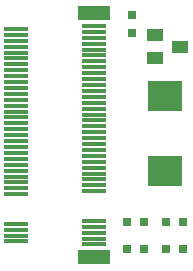
<source format=gtp>
G04*
G04 #@! TF.GenerationSoftware,Altium Limited,Altium Designer,22.3.1 (43)*
G04*
G04 Layer_Color=8421504*
%FSLAX25Y25*%
%MOIN*%
G70*
G04*
G04 #@! TF.SameCoordinates,E818B628-65F0-44BA-8D72-483C3118F3C7*
G04*
G04*
G04 #@! TF.FilePolarity,Positive*
G04*
G01*
G75*
%ADD13R,0.07874X0.01181*%
%ADD14R,0.10827X0.04724*%
%ADD15R,0.03150X0.02992*%
%ADD16R,0.11811X0.10236*%
%ADD17R,0.02992X0.03150*%
%ADD18R,0.05512X0.03937*%
D13*
X534161Y360936D02*
D03*
Y358968D02*
D03*
Y356999D02*
D03*
Y355031D02*
D03*
Y353062D02*
D03*
Y351094D02*
D03*
Y349125D02*
D03*
Y347157D02*
D03*
Y345188D02*
D03*
Y343220D02*
D03*
Y341251D02*
D03*
Y339283D02*
D03*
Y337314D02*
D03*
Y335346D02*
D03*
Y333377D02*
D03*
Y331409D02*
D03*
Y329440D02*
D03*
Y327472D02*
D03*
Y325503D02*
D03*
Y323535D02*
D03*
Y321566D02*
D03*
Y319598D02*
D03*
Y317629D02*
D03*
Y315661D02*
D03*
Y313692D02*
D03*
Y311724D02*
D03*
Y309755D02*
D03*
Y307787D02*
D03*
Y295975D02*
D03*
Y294007D02*
D03*
Y292038D02*
D03*
X559952Y361921D02*
D03*
Y359953D02*
D03*
Y357984D02*
D03*
Y356016D02*
D03*
Y354047D02*
D03*
Y352079D02*
D03*
Y350110D02*
D03*
Y348142D02*
D03*
Y346173D02*
D03*
Y306803D02*
D03*
D03*
Y344205D02*
D03*
Y342236D02*
D03*
Y340268D02*
D03*
Y338299D02*
D03*
Y336331D02*
D03*
Y334362D02*
D03*
Y332394D02*
D03*
Y330425D02*
D03*
Y328457D02*
D03*
Y326488D02*
D03*
Y324520D02*
D03*
Y322551D02*
D03*
Y320583D02*
D03*
Y318614D02*
D03*
Y316646D02*
D03*
Y314677D02*
D03*
Y312709D02*
D03*
Y310740D02*
D03*
Y308772D02*
D03*
Y296960D02*
D03*
X534161Y305818D02*
D03*
Y290070D02*
D03*
X559952Y294993D02*
D03*
Y293023D02*
D03*
Y291053D02*
D03*
Y289086D02*
D03*
D14*
X559951Y284752D02*
D03*
Y366248D02*
D03*
D15*
X572850Y359508D02*
D03*
Y365492D02*
D03*
D16*
X583850Y338598D02*
D03*
Y313402D02*
D03*
D17*
X576842Y287500D02*
D03*
X570858D02*
D03*
X589843Y296500D02*
D03*
X583858D02*
D03*
X576842D02*
D03*
X570858D02*
D03*
X583858Y287500D02*
D03*
X589843D02*
D03*
D18*
X580189Y358740D02*
D03*
Y351260D02*
D03*
X588850Y355000D02*
D03*
M02*

</source>
